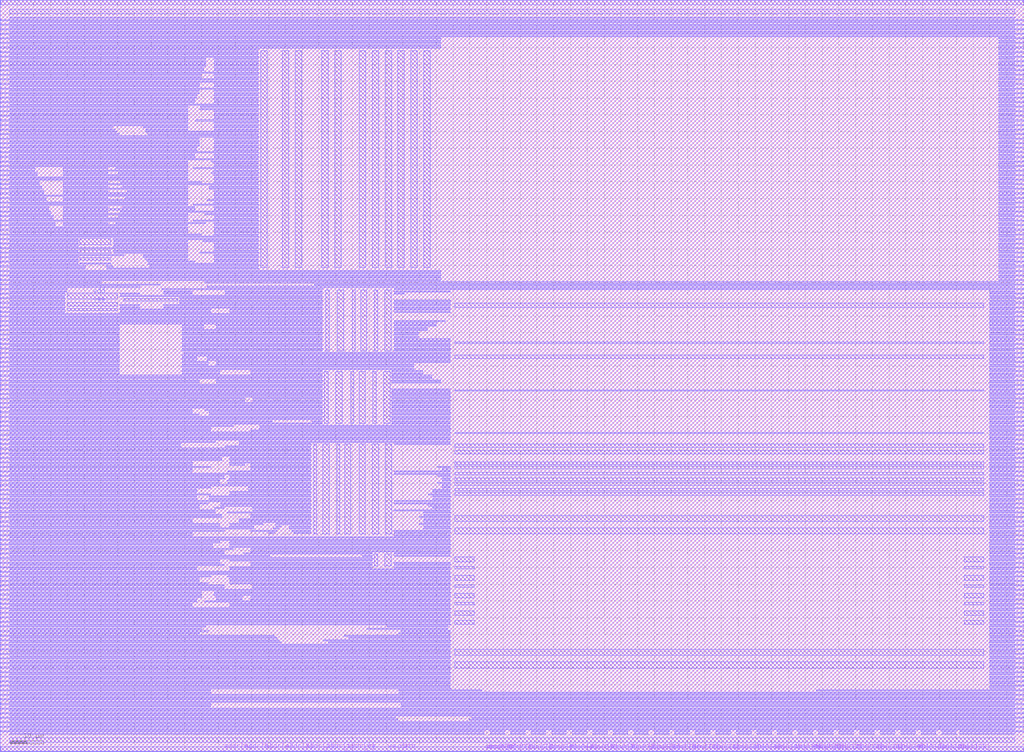
<source format=lef>
VERSION 5.8 ; 
BUSBITCHARS "[]" ; 
DIVIDERCHAR "/" ; 
MACRO sram22_128x24m4w8
    CLASS BLOCK  ;
    FOREIGN sram22_128x24m4w8   ;
    SIZE 305.240 BY 224.320 ;
    SYMMETRY X Y R90 ;
    PIN dout[0] 
        DIRECTION OUTPUT ; 
        ANTENNADIFFAREA 0.448000 LAYER met2 ;
        ANTENNAPARTIALMETALAREA 0.950300 LAYER met1 ;
        ANTENNAPARTIALMETALAREA 7.335400 LAYER met2 ;
        PORT 
            LAYER met1 ;
                RECT 145.270 0.000 145.410 0.140 ; 
        END 
    END dout[0] 
    PIN dout[1] 
        DIRECTION OUTPUT ; 
        ANTENNADIFFAREA 0.448000 LAYER met2 ;
        ANTENNAPARTIALMETALAREA 0.950300 LAYER met1 ;
        ANTENNAPARTIALMETALAREA 7.335400 LAYER met2 ;
        PORT 
            LAYER met1 ;
                RECT 151.370 0.000 151.510 0.140 ; 
        END 
    END dout[1] 
    PIN dout[2] 
        DIRECTION OUTPUT ; 
        ANTENNADIFFAREA 0.448000 LAYER met2 ;
        ANTENNAPARTIALMETALAREA 0.950300 LAYER met1 ;
        ANTENNAPARTIALMETALAREA 7.335400 LAYER met2 ;
        PORT 
            LAYER met1 ;
                RECT 157.470 0.000 157.610 0.140 ; 
        END 
    END dout[2] 
    PIN dout[3] 
        DIRECTION OUTPUT ; 
        ANTENNADIFFAREA 0.448000 LAYER met2 ;
        ANTENNAPARTIALMETALAREA 0.950300 LAYER met1 ;
        ANTENNAPARTIALMETALAREA 7.335400 LAYER met2 ;
        PORT 
            LAYER met1 ;
                RECT 163.570 0.000 163.710 0.140 ; 
        END 
    END dout[3] 
    PIN dout[4] 
        DIRECTION OUTPUT ; 
        ANTENNADIFFAREA 0.448000 LAYER met2 ;
        ANTENNAPARTIALMETALAREA 0.950300 LAYER met1 ;
        ANTENNAPARTIALMETALAREA 7.335400 LAYER met2 ;
        PORT 
            LAYER met1 ;
                RECT 169.670 0.000 169.810 0.140 ; 
        END 
    END dout[4] 
    PIN dout[5] 
        DIRECTION OUTPUT ; 
        ANTENNADIFFAREA 0.448000 LAYER met2 ;
        ANTENNAPARTIALMETALAREA 0.950300 LAYER met1 ;
        ANTENNAPARTIALMETALAREA 7.335400 LAYER met2 ;
        PORT 
            LAYER met1 ;
                RECT 175.770 0.000 175.910 0.140 ; 
        END 
    END dout[5] 
    PIN dout[6] 
        DIRECTION OUTPUT ; 
        ANTENNADIFFAREA 0.448000 LAYER met2 ;
        ANTENNAPARTIALMETALAREA 0.950300 LAYER met1 ;
        ANTENNAPARTIALMETALAREA 7.335400 LAYER met2 ;
        PORT 
            LAYER met1 ;
                RECT 181.870 0.000 182.010 0.140 ; 
        END 
    END dout[6] 
    PIN dout[7] 
        DIRECTION OUTPUT ; 
        ANTENNADIFFAREA 0.448000 LAYER met2 ;
        ANTENNAPARTIALMETALAREA 0.950300 LAYER met1 ;
        ANTENNAPARTIALMETALAREA 7.335400 LAYER met2 ;
        PORT 
            LAYER met1 ;
                RECT 187.970 0.000 188.110 0.140 ; 
        END 
    END dout[7] 
    PIN dout[8] 
        DIRECTION OUTPUT ; 
        ANTENNADIFFAREA 0.448000 LAYER met2 ;
        ANTENNAPARTIALMETALAREA 0.950300 LAYER met1 ;
        ANTENNAPARTIALMETALAREA 7.335400 LAYER met2 ;
        PORT 
            LAYER met1 ;
                RECT 194.070 0.000 194.210 0.140 ; 
        END 
    END dout[8] 
    PIN dout[9] 
        DIRECTION OUTPUT ; 
        ANTENNADIFFAREA 0.448000 LAYER met2 ;
        ANTENNAPARTIALMETALAREA 0.950300 LAYER met1 ;
        ANTENNAPARTIALMETALAREA 7.335400 LAYER met2 ;
        PORT 
            LAYER met1 ;
                RECT 200.170 0.000 200.310 0.140 ; 
        END 
    END dout[9] 
    PIN dout[10] 
        DIRECTION OUTPUT ; 
        ANTENNADIFFAREA 0.448000 LAYER met2 ;
        ANTENNAPARTIALMETALAREA 0.950300 LAYER met1 ;
        ANTENNAPARTIALMETALAREA 7.335400 LAYER met2 ;
        PORT 
            LAYER met1 ;
                RECT 206.270 0.000 206.410 0.140 ; 
        END 
    END dout[10] 
    PIN dout[11] 
        DIRECTION OUTPUT ; 
        ANTENNADIFFAREA 0.448000 LAYER met2 ;
        ANTENNAPARTIALMETALAREA 0.950300 LAYER met1 ;
        ANTENNAPARTIALMETALAREA 7.335400 LAYER met2 ;
        PORT 
            LAYER met1 ;
                RECT 212.370 0.000 212.510 0.140 ; 
        END 
    END dout[11] 
    PIN dout[12] 
        DIRECTION OUTPUT ; 
        ANTENNADIFFAREA 0.448000 LAYER met2 ;
        ANTENNAPARTIALMETALAREA 0.950300 LAYER met1 ;
        ANTENNAPARTIALMETALAREA 7.335400 LAYER met2 ;
        PORT 
            LAYER met1 ;
                RECT 218.470 0.000 218.610 0.140 ; 
        END 
    END dout[12] 
    PIN dout[13] 
        DIRECTION OUTPUT ; 
        ANTENNADIFFAREA 0.448000 LAYER met2 ;
        ANTENNAPARTIALMETALAREA 0.950300 LAYER met1 ;
        ANTENNAPARTIALMETALAREA 7.335400 LAYER met2 ;
        PORT 
            LAYER met1 ;
                RECT 224.570 0.000 224.710 0.140 ; 
        END 
    END dout[13] 
    PIN dout[14] 
        DIRECTION OUTPUT ; 
        ANTENNADIFFAREA 0.448000 LAYER met2 ;
        ANTENNAPARTIALMETALAREA 0.950300 LAYER met1 ;
        ANTENNAPARTIALMETALAREA 7.335400 LAYER met2 ;
        PORT 
            LAYER met1 ;
                RECT 230.670 0.000 230.810 0.140 ; 
        END 
    END dout[14] 
    PIN dout[15] 
        DIRECTION OUTPUT ; 
        ANTENNADIFFAREA 0.448000 LAYER met2 ;
        ANTENNAPARTIALMETALAREA 0.950300 LAYER met1 ;
        ANTENNAPARTIALMETALAREA 7.335400 LAYER met2 ;
        PORT 
            LAYER met1 ;
                RECT 236.770 0.000 236.910 0.140 ; 
        END 
    END dout[15] 
    PIN dout[16] 
        DIRECTION OUTPUT ; 
        ANTENNADIFFAREA 0.448000 LAYER met2 ;
        ANTENNAPARTIALMETALAREA 0.950300 LAYER met1 ;
        ANTENNAPARTIALMETALAREA 7.335400 LAYER met2 ;
        PORT 
            LAYER met1 ;
                RECT 242.870 0.000 243.010 0.140 ; 
        END 
    END dout[16] 
    PIN dout[17] 
        DIRECTION OUTPUT ; 
        ANTENNADIFFAREA 0.448000 LAYER met2 ;
        ANTENNAPARTIALMETALAREA 0.950300 LAYER met1 ;
        ANTENNAPARTIALMETALAREA 7.335400 LAYER met2 ;
        PORT 
            LAYER met1 ;
                RECT 248.970 0.000 249.110 0.140 ; 
        END 
    END dout[17] 
    PIN dout[18] 
        DIRECTION OUTPUT ; 
        ANTENNADIFFAREA 0.448000 LAYER met2 ;
        ANTENNAPARTIALMETALAREA 0.950300 LAYER met1 ;
        ANTENNAPARTIALMETALAREA 7.335400 LAYER met2 ;
        PORT 
            LAYER met1 ;
                RECT 255.070 0.000 255.210 0.140 ; 
        END 
    END dout[18] 
    PIN dout[19] 
        DIRECTION OUTPUT ; 
        ANTENNADIFFAREA 0.448000 LAYER met2 ;
        ANTENNAPARTIALMETALAREA 0.950300 LAYER met1 ;
        ANTENNAPARTIALMETALAREA 7.335400 LAYER met2 ;
        PORT 
            LAYER met1 ;
                RECT 261.170 0.000 261.310 0.140 ; 
        END 
    END dout[19] 
    PIN dout[20] 
        DIRECTION OUTPUT ; 
        ANTENNADIFFAREA 0.448000 LAYER met2 ;
        ANTENNAPARTIALMETALAREA 0.950300 LAYER met1 ;
        ANTENNAPARTIALMETALAREA 7.335400 LAYER met2 ;
        PORT 
            LAYER met1 ;
                RECT 267.270 0.000 267.410 0.140 ; 
        END 
    END dout[20] 
    PIN dout[21] 
        DIRECTION OUTPUT ; 
        ANTENNADIFFAREA 0.448000 LAYER met2 ;
        ANTENNAPARTIALMETALAREA 0.950300 LAYER met1 ;
        ANTENNAPARTIALMETALAREA 7.335400 LAYER met2 ;
        PORT 
            LAYER met1 ;
                RECT 273.370 0.000 273.510 0.140 ; 
        END 
    END dout[21] 
    PIN dout[22] 
        DIRECTION OUTPUT ; 
        ANTENNADIFFAREA 0.448000 LAYER met2 ;
        ANTENNAPARTIALMETALAREA 0.950300 LAYER met1 ;
        ANTENNAPARTIALMETALAREA 7.335400 LAYER met2 ;
        PORT 
            LAYER met1 ;
                RECT 279.470 0.000 279.610 0.140 ; 
        END 
    END dout[22] 
    PIN dout[23] 
        DIRECTION OUTPUT ; 
        ANTENNADIFFAREA 0.448000 LAYER met2 ;
        ANTENNAPARTIALMETALAREA 0.950300 LAYER met1 ;
        ANTENNAPARTIALMETALAREA 7.335400 LAYER met2 ;
        PORT 
            LAYER met1 ;
                RECT 285.570 0.000 285.710 0.140 ; 
        END 
    END dout[23] 
    PIN din[0] 
        DIRECTION INPUT ; 
        ANTENNAGATEAREA 0.126000 LAYER met2 ;
        ANTENNAPARTIALMETALAREA 5.020800 LAYER met1 ;
        ANTENNAPARTIALMETALAREA 7.057000 LAYER met2 ;
        PORT 
            LAYER met1 ;
                RECT 144.850 0.000 144.990 0.140 ; 
        END 
    END din[0] 
    PIN din[1] 
        DIRECTION INPUT ; 
        ANTENNAGATEAREA 0.126000 LAYER met2 ;
        ANTENNAPARTIALMETALAREA 5.020800 LAYER met1 ;
        ANTENNAPARTIALMETALAREA 7.057000 LAYER met2 ;
        PORT 
            LAYER met1 ;
                RECT 150.950 0.000 151.090 0.140 ; 
        END 
    END din[1] 
    PIN din[2] 
        DIRECTION INPUT ; 
        ANTENNAGATEAREA 0.126000 LAYER met2 ;
        ANTENNAPARTIALMETALAREA 5.020800 LAYER met1 ;
        ANTENNAPARTIALMETALAREA 7.057000 LAYER met2 ;
        PORT 
            LAYER met1 ;
                RECT 157.050 0.000 157.190 0.140 ; 
        END 
    END din[2] 
    PIN din[3] 
        DIRECTION INPUT ; 
        ANTENNAGATEAREA 0.126000 LAYER met2 ;
        ANTENNAPARTIALMETALAREA 5.020800 LAYER met1 ;
        ANTENNAPARTIALMETALAREA 7.057000 LAYER met2 ;
        PORT 
            LAYER met1 ;
                RECT 163.150 0.000 163.290 0.140 ; 
        END 
    END din[3] 
    PIN din[4] 
        DIRECTION INPUT ; 
        ANTENNAGATEAREA 0.126000 LAYER met2 ;
        ANTENNAPARTIALMETALAREA 5.020800 LAYER met1 ;
        ANTENNAPARTIALMETALAREA 7.057000 LAYER met2 ;
        PORT 
            LAYER met1 ;
                RECT 169.250 0.000 169.390 0.140 ; 
        END 
    END din[4] 
    PIN din[5] 
        DIRECTION INPUT ; 
        ANTENNAGATEAREA 0.126000 LAYER met2 ;
        ANTENNAPARTIALMETALAREA 5.020800 LAYER met1 ;
        ANTENNAPARTIALMETALAREA 7.057000 LAYER met2 ;
        PORT 
            LAYER met1 ;
                RECT 175.350 0.000 175.490 0.140 ; 
        END 
    END din[5] 
    PIN din[6] 
        DIRECTION INPUT ; 
        ANTENNAGATEAREA 0.126000 LAYER met2 ;
        ANTENNAPARTIALMETALAREA 5.020800 LAYER met1 ;
        ANTENNAPARTIALMETALAREA 7.057000 LAYER met2 ;
        PORT 
            LAYER met1 ;
                RECT 181.450 0.000 181.590 0.140 ; 
        END 
    END din[6] 
    PIN din[7] 
        DIRECTION INPUT ; 
        ANTENNAGATEAREA 0.126000 LAYER met2 ;
        ANTENNAPARTIALMETALAREA 5.020800 LAYER met1 ;
        ANTENNAPARTIALMETALAREA 7.057000 LAYER met2 ;
        PORT 
            LAYER met1 ;
                RECT 187.550 0.000 187.690 0.140 ; 
        END 
    END din[7] 
    PIN din[8] 
        DIRECTION INPUT ; 
        ANTENNAGATEAREA 0.126000 LAYER met2 ;
        ANTENNAPARTIALMETALAREA 5.020800 LAYER met1 ;
        ANTENNAPARTIALMETALAREA 7.057000 LAYER met2 ;
        PORT 
            LAYER met1 ;
                RECT 193.650 0.000 193.790 0.140 ; 
        END 
    END din[8] 
    PIN din[9] 
        DIRECTION INPUT ; 
        ANTENNAGATEAREA 0.126000 LAYER met2 ;
        ANTENNAPARTIALMETALAREA 5.020800 LAYER met1 ;
        ANTENNAPARTIALMETALAREA 7.057000 LAYER met2 ;
        PORT 
            LAYER met1 ;
                RECT 199.750 0.000 199.890 0.140 ; 
        END 
    END din[9] 
    PIN din[10] 
        DIRECTION INPUT ; 
        ANTENNAGATEAREA 0.126000 LAYER met2 ;
        ANTENNAPARTIALMETALAREA 5.020800 LAYER met1 ;
        ANTENNAPARTIALMETALAREA 7.057000 LAYER met2 ;
        PORT 
            LAYER met1 ;
                RECT 205.850 0.000 205.990 0.140 ; 
        END 
    END din[10] 
    PIN din[11] 
        DIRECTION INPUT ; 
        ANTENNAGATEAREA 0.126000 LAYER met2 ;
        ANTENNAPARTIALMETALAREA 5.020800 LAYER met1 ;
        ANTENNAPARTIALMETALAREA 7.057000 LAYER met2 ;
        PORT 
            LAYER met1 ;
                RECT 211.950 0.000 212.090 0.140 ; 
        END 
    END din[11] 
    PIN din[12] 
        DIRECTION INPUT ; 
        ANTENNAGATEAREA 0.126000 LAYER met2 ;
        ANTENNAPARTIALMETALAREA 5.020800 LAYER met1 ;
        ANTENNAPARTIALMETALAREA 7.057000 LAYER met2 ;
        PORT 
            LAYER met1 ;
                RECT 218.050 0.000 218.190 0.140 ; 
        END 
    END din[12] 
    PIN din[13] 
        DIRECTION INPUT ; 
        ANTENNAGATEAREA 0.126000 LAYER met2 ;
        ANTENNAPARTIALMETALAREA 5.020800 LAYER met1 ;
        ANTENNAPARTIALMETALAREA 7.057000 LAYER met2 ;
        PORT 
            LAYER met1 ;
                RECT 224.150 0.000 224.290 0.140 ; 
        END 
    END din[13] 
    PIN din[14] 
        DIRECTION INPUT ; 
        ANTENNAGATEAREA 0.126000 LAYER met2 ;
        ANTENNAPARTIALMETALAREA 5.020800 LAYER met1 ;
        ANTENNAPARTIALMETALAREA 7.057000 LAYER met2 ;
        PORT 
            LAYER met1 ;
                RECT 230.250 0.000 230.390 0.140 ; 
        END 
    END din[14] 
    PIN din[15] 
        DIRECTION INPUT ; 
        ANTENNAGATEAREA 0.126000 LAYER met2 ;
        ANTENNAPARTIALMETALAREA 5.020800 LAYER met1 ;
        ANTENNAPARTIALMETALAREA 7.057000 LAYER met2 ;
        PORT 
            LAYER met1 ;
                RECT 236.350 0.000 236.490 0.140 ; 
        END 
    END din[15] 
    PIN din[16] 
        DIRECTION INPUT ; 
        ANTENNAGATEAREA 0.126000 LAYER met2 ;
        ANTENNAPARTIALMETALAREA 5.020800 LAYER met1 ;
        ANTENNAPARTIALMETALAREA 7.057000 LAYER met2 ;
        PORT 
            LAYER met1 ;
                RECT 242.450 0.000 242.590 0.140 ; 
        END 
    END din[16] 
    PIN din[17] 
        DIRECTION INPUT ; 
        ANTENNAGATEAREA 0.126000 LAYER met2 ;
        ANTENNAPARTIALMETALAREA 5.020800 LAYER met1 ;
        ANTENNAPARTIALMETALAREA 7.057000 LAYER met2 ;
        PORT 
            LAYER met1 ;
                RECT 248.550 0.000 248.690 0.140 ; 
        END 
    END din[17] 
    PIN din[18] 
        DIRECTION INPUT ; 
        ANTENNAGATEAREA 0.126000 LAYER met2 ;
        ANTENNAPARTIALMETALAREA 5.020800 LAYER met1 ;
        ANTENNAPARTIALMETALAREA 7.057000 LAYER met2 ;
        PORT 
            LAYER met1 ;
                RECT 254.650 0.000 254.790 0.140 ; 
        END 
    END din[18] 
    PIN din[19] 
        DIRECTION INPUT ; 
        ANTENNAGATEAREA 0.126000 LAYER met2 ;
        ANTENNAPARTIALMETALAREA 5.020800 LAYER met1 ;
        ANTENNAPARTIALMETALAREA 7.057000 LAYER met2 ;
        PORT 
            LAYER met1 ;
                RECT 260.750 0.000 260.890 0.140 ; 
        END 
    END din[19] 
    PIN din[20] 
        DIRECTION INPUT ; 
        ANTENNAGATEAREA 0.126000 LAYER met2 ;
        ANTENNAPARTIALMETALAREA 5.020800 LAYER met1 ;
        ANTENNAPARTIALMETALAREA 7.057000 LAYER met2 ;
        PORT 
            LAYER met1 ;
                RECT 266.850 0.000 266.990 0.140 ; 
        END 
    END din[20] 
    PIN din[21] 
        DIRECTION INPUT ; 
        ANTENNAGATEAREA 0.126000 LAYER met2 ;
        ANTENNAPARTIALMETALAREA 5.020800 LAYER met1 ;
        ANTENNAPARTIALMETALAREA 7.057000 LAYER met2 ;
        PORT 
            LAYER met1 ;
                RECT 272.950 0.000 273.090 0.140 ; 
        END 
    END din[21] 
    PIN din[22] 
        DIRECTION INPUT ; 
        ANTENNAGATEAREA 0.126000 LAYER met2 ;
        ANTENNAPARTIALMETALAREA 5.020800 LAYER met1 ;
        ANTENNAPARTIALMETALAREA 7.057000 LAYER met2 ;
        PORT 
            LAYER met1 ;
                RECT 279.050 0.000 279.190 0.140 ; 
        END 
    END din[22] 
    PIN din[23] 
        DIRECTION INPUT ; 
        ANTENNAGATEAREA 0.126000 LAYER met2 ;
        ANTENNAPARTIALMETALAREA 5.020800 LAYER met1 ;
        ANTENNAPARTIALMETALAREA 7.057000 LAYER met2 ;
        PORT 
            LAYER met1 ;
                RECT 285.150 0.000 285.290 0.140 ; 
        END 
    END din[23] 
    PIN wmask[0] 
        DIRECTION INPUT ; 
        ANTENNAGATEAREA 0.126000 LAYER met2 ;
        ANTENNAPARTIALMETALAREA 2.831200 LAYER met1 ;
        ANTENNAPARTIALMETALAREA 0.278400 LAYER met2 ;
        PORT 
            LAYER met1 ;
                RECT 144.500 0.000 144.640 0.140 ; 
        END 
    END wmask[0] 
    PIN wmask[1] 
        DIRECTION INPUT ; 
        ANTENNAGATEAREA 0.126000 LAYER met2 ;
        ANTENNAPARTIALMETALAREA 2.831200 LAYER met1 ;
        ANTENNAPARTIALMETALAREA 0.278400 LAYER met2 ;
        PORT 
            LAYER met1 ;
                RECT 193.300 0.000 193.440 0.140 ; 
        END 
    END wmask[1] 
    PIN wmask[2] 
        DIRECTION INPUT ; 
        ANTENNAGATEAREA 0.126000 LAYER met2 ;
        ANTENNAPARTIALMETALAREA 2.831200 LAYER met1 ;
        ANTENNAPARTIALMETALAREA 0.278400 LAYER met2 ;
        PORT 
            LAYER met1 ;
                RECT 242.100 0.000 242.240 0.140 ; 
        END 
    END wmask[2] 
    PIN addr[0] 
        DIRECTION INPUT ; 
        ANTENNAGATEAREA 0.126000 LAYER met1 ;
        ANTENNAPARTIALMETALAREA 3.867900 LAYER met1 ;
        PORT 
            LAYER met1 ;
                RECT 103.160 0.000 103.480 0.320 ; 
        END 
    END addr[0] 
    PIN addr[1] 
        DIRECTION INPUT ; 
        ANTENNAGATEAREA 0.126000 LAYER met1 ;
        ANTENNAPARTIALMETALAREA 3.867900 LAYER met1 ;
        PORT 
            LAYER met1 ;
                RECT 97.040 0.000 97.360 0.320 ; 
        END 
    END addr[1] 
    PIN addr[2] 
        DIRECTION INPUT ; 
        ANTENNAGATEAREA 0.126000 LAYER met1 ;
        ANTENNAPARTIALMETALAREA 3.867900 LAYER met1 ;
        PORT 
            LAYER met1 ;
                RECT 90.920 0.000 91.240 0.320 ; 
        END 
    END addr[2] 
    PIN addr[3] 
        DIRECTION INPUT ; 
        ANTENNAGATEAREA 0.126000 LAYER met1 ;
        ANTENNAPARTIALMETALAREA 3.867900 LAYER met1 ;
        PORT 
            LAYER met1 ;
                RECT 84.800 0.000 85.120 0.320 ; 
        END 
    END addr[3] 
    PIN addr[4] 
        DIRECTION INPUT ; 
        ANTENNAGATEAREA 0.126000 LAYER met1 ;
        ANTENNAPARTIALMETALAREA 3.867900 LAYER met1 ;
        PORT 
            LAYER met1 ;
                RECT 78.680 0.000 79.000 0.320 ; 
        END 
    END addr[4] 
    PIN addr[5] 
        DIRECTION INPUT ; 
        ANTENNAGATEAREA 0.126000 LAYER met1 ;
        ANTENNAPARTIALMETALAREA 3.867900 LAYER met1 ;
        PORT 
            LAYER met1 ;
                RECT 72.560 0.000 72.880 0.320 ; 
        END 
    END addr[5] 
    PIN addr[6] 
        DIRECTION INPUT ; 
        ANTENNAGATEAREA 0.126000 LAYER met1 ;
        ANTENNAPARTIALMETALAREA 3.867900 LAYER met1 ;
        PORT 
            LAYER met1 ;
                RECT 66.440 0.000 66.760 0.320 ; 
        END 
    END addr[6] 
    PIN we 
        DIRECTION INPUT ; 
        ANTENNAGATEAREA 0.126000 LAYER met1 ;
        ANTENNAPARTIALMETALAREA 3.867900 LAYER met1 ;
        PORT 
            LAYER met1 ;
                RECT 115.400 0.000 115.720 0.320 ; 
        END 
    END we 
    PIN ce 
        DIRECTION INPUT ; 
        ANTENNAGATEAREA 0.126000 LAYER met1 ;
        ANTENNAPARTIALMETALAREA 3.867900 LAYER met1 ;
        PORT 
            LAYER met1 ;
                RECT 109.280 0.000 109.600 0.320 ; 
        END 
    END ce 
    PIN clk 
        DIRECTION INPUT ; 
        ANTENNAGATEAREA 17.298000 LAYER met2 ;
        PORT 
            LAYER met1 ;
                RECT 118.120 0.000 118.440 0.320 ; 
        END 
    END clk 
    PIN rstb 
        DIRECTION INPUT ; 
        ANTENNAGATEAREA 21.204000 LAYER met2 ;
        PORT 
            LAYER met1 ;
                RECT 118.800 0.000 119.120 0.320 ; 
        END 
    END rstb 
    PIN vdd 
        DIRECTION INOUT ; 
        USE POWER ; 
        PORT 
            LAYER met2 ;
                RECT 0.160 5.920 144.280 6.240 ; 
                RECT 146.000 5.920 150.400 6.240 ; 
                RECT 152.120 5.920 156.520 6.240 ; 
                RECT 158.240 5.920 162.640 6.240 ; 
                RECT 164.360 5.920 168.760 6.240 ; 
                RECT 170.480 5.920 174.880 6.240 ; 
                RECT 176.600 5.920 181.000 6.240 ; 
                RECT 182.720 5.920 187.120 6.240 ; 
                RECT 188.840 5.920 193.240 6.240 ; 
                RECT 194.960 5.920 199.360 6.240 ; 
                RECT 201.080 5.920 205.480 6.240 ; 
                RECT 207.200 5.920 211.600 6.240 ; 
                RECT 213.320 5.920 217.720 6.240 ; 
                RECT 219.440 5.920 223.840 6.240 ; 
                RECT 225.560 5.920 229.960 6.240 ; 
                RECT 231.680 5.920 236.080 6.240 ; 
                RECT 237.800 5.920 242.200 6.240 ; 
                RECT 243.920 5.920 248.320 6.240 ; 
                RECT 250.040 5.920 254.440 6.240 ; 
                RECT 256.160 5.920 260.560 6.240 ; 
                RECT 262.280 5.920 266.680 6.240 ; 
                RECT 268.400 5.920 272.800 6.240 ; 
                RECT 274.520 5.920 278.920 6.240 ; 
                RECT 280.640 5.920 285.040 6.240 ; 
                RECT 286.080 5.920 305.080 6.240 ; 
                RECT 0.160 7.280 305.080 7.600 ; 
                RECT 0.160 8.640 305.080 8.960 ; 
                RECT 0.160 10.000 117.760 10.320 ; 
                RECT 140.560 10.000 305.080 10.320 ; 
                RECT 0.160 11.360 305.080 11.680 ; 
                RECT 0.160 12.720 305.080 13.040 ; 
                RECT 0.160 14.080 62.680 14.400 ; 
                RECT 119.480 14.080 305.080 14.400 ; 
                RECT 0.160 15.440 305.080 15.760 ; 
                RECT 0.160 16.800 305.080 17.120 ; 
                RECT 0.160 18.160 62.680 18.480 ; 
                RECT 118.800 18.160 143.600 18.480 ; 
                RECT 243.240 18.160 305.080 18.480 ; 
                RECT 0.160 19.520 134.080 19.840 ; 
                RECT 294.920 19.520 305.080 19.840 ; 
                RECT 0.160 20.880 134.080 21.200 ; 
                RECT 294.920 20.880 305.080 21.200 ; 
                RECT 0.160 22.240 134.080 22.560 ; 
                RECT 294.920 22.240 305.080 22.560 ; 
                RECT 0.160 23.600 134.080 23.920 ; 
                RECT 294.920 23.600 305.080 23.920 ; 
                RECT 0.160 24.960 134.080 25.280 ; 
                RECT 294.920 24.960 305.080 25.280 ; 
                RECT 0.160 26.320 134.080 26.640 ; 
                RECT 294.920 26.320 305.080 26.640 ; 
                RECT 0.160 27.680 134.080 28.000 ; 
                RECT 294.920 27.680 305.080 28.000 ; 
                RECT 0.160 29.040 134.080 29.360 ; 
                RECT 294.920 29.040 305.080 29.360 ; 
                RECT 0.160 30.400 134.080 30.720 ; 
                RECT 294.920 30.400 305.080 30.720 ; 
                RECT 0.160 31.760 134.080 32.080 ; 
                RECT 294.920 31.760 305.080 32.080 ; 
                RECT 0.160 33.120 83.080 33.440 ; 
                RECT 96.360 33.120 134.080 33.440 ; 
                RECT 294.920 33.120 305.080 33.440 ; 
                RECT 0.160 34.480 81.720 34.800 ; 
                RECT 102.480 34.480 134.080 34.800 ; 
                RECT 294.920 34.480 305.080 34.800 ; 
                RECT 0.160 35.840 62.000 36.160 ; 
                RECT 119.480 35.840 134.080 36.160 ; 
                RECT 294.920 35.840 305.080 36.160 ; 
                RECT 0.160 37.200 61.320 37.520 ; 
                RECT 115.400 37.200 133.400 37.520 ; 
                RECT 294.920 37.200 305.080 37.520 ; 
                RECT 0.160 38.560 134.080 38.880 ; 
                RECT 294.920 38.560 305.080 38.880 ; 
                RECT 0.160 39.920 134.080 40.240 ; 
                RECT 294.920 39.920 305.080 40.240 ; 
                RECT 0.160 41.280 134.080 41.600 ; 
                RECT 294.920 41.280 305.080 41.600 ; 
                RECT 0.160 42.640 134.080 42.960 ; 
                RECT 294.920 42.640 305.080 42.960 ; 
                RECT 0.160 44.000 57.240 44.320 ; 
                RECT 68.480 44.000 134.080 44.320 ; 
                RECT 294.920 44.000 305.080 44.320 ; 
                RECT 0.160 45.360 58.600 45.680 ; 
                RECT 64.400 45.360 72.200 45.680 ; 
                RECT 74.600 45.360 134.080 45.680 ; 
                RECT 294.920 45.360 305.080 45.680 ; 
                RECT 0.160 46.720 59.960 47.040 ; 
                RECT 63.720 46.720 134.080 47.040 ; 
                RECT 294.920 46.720 305.080 47.040 ; 
                RECT 0.160 48.080 134.080 48.400 ; 
                RECT 294.920 48.080 305.080 48.400 ; 
                RECT 0.160 49.440 66.760 49.760 ; 
                RECT 75.280 49.440 134.080 49.760 ; 
                RECT 294.920 49.440 305.080 49.760 ; 
                RECT 0.160 50.800 59.280 51.120 ; 
                RECT 68.480 50.800 134.080 51.120 ; 
                RECT 294.920 50.800 305.080 51.120 ; 
                RECT 0.160 52.160 62.680 52.480 ; 
                RECT 67.800 52.160 134.080 52.480 ; 
                RECT 294.920 52.160 305.080 52.480 ; 
                RECT 0.160 53.520 134.080 53.840 ; 
                RECT 294.920 53.520 305.080 53.840 ; 
                RECT 0.160 54.880 58.600 55.200 ; 
                RECT 68.480 54.880 110.960 55.200 ; 
                RECT 117.440 54.880 134.080 55.200 ; 
                RECT 294.920 54.880 305.080 55.200 ; 
                RECT 0.160 56.240 65.400 56.560 ; 
                RECT 74.600 56.240 110.960 56.560 ; 
                RECT 117.440 56.240 134.080 56.560 ; 
                RECT 294.920 56.240 305.080 56.560 ; 
                RECT 0.160 57.600 110.960 57.920 ; 
                RECT 294.920 57.600 305.080 57.920 ; 
                RECT 0.160 58.960 66.760 59.280 ; 
                RECT 72.560 58.960 110.960 59.280 ; 
                RECT 117.440 58.960 134.080 59.280 ; 
                RECT 294.920 58.960 305.080 59.280 ; 
                RECT 0.160 60.320 69.480 60.640 ; 
                RECT 74.600 60.320 134.080 60.640 ; 
                RECT 294.920 60.320 305.080 60.640 ; 
                RECT 0.160 61.680 63.360 62.000 ; 
                RECT 68.480 61.680 134.080 62.000 ; 
                RECT 294.920 61.680 305.080 62.000 ; 
                RECT 0.160 63.040 134.080 63.360 ; 
                RECT 294.920 63.040 305.080 63.360 ; 
                RECT 0.160 64.400 57.240 64.720 ; 
                RECT 117.440 64.400 134.080 64.720 ; 
                RECT 294.920 64.400 305.080 64.720 ; 
                RECT 0.160 65.760 66.760 66.080 ; 
                RECT 74.600 65.760 82.400 66.080 ; 
                RECT 86.840 65.760 92.600 66.080 ; 
                RECT 117.440 65.760 134.080 66.080 ; 
                RECT 294.920 65.760 305.080 66.080 ; 
                RECT 0.160 67.120 65.400 67.440 ; 
                RECT 68.480 67.120 75.600 67.440 ; 
                RECT 82.080 67.120 83.760 67.440 ; 
                RECT 86.160 67.120 92.600 67.440 ; 
                RECT 126.280 67.120 134.080 67.440 ; 
                RECT 294.920 67.120 305.080 67.440 ; 
                RECT 0.160 68.480 57.240 68.800 ; 
                RECT 71.200 68.480 92.600 68.800 ; 
                RECT 126.280 68.480 134.080 68.800 ; 
                RECT 294.920 68.480 305.080 68.800 ; 
                RECT 0.160 69.840 66.080 70.160 ; 
                RECT 74.600 69.840 92.600 70.160 ; 
                RECT 124.920 69.840 134.080 70.160 ; 
                RECT 294.920 69.840 305.080 70.160 ; 
                RECT 0.160 71.200 64.040 71.520 ; 
                RECT 67.800 71.200 92.600 71.520 ; 
                RECT 126.280 71.200 134.080 71.520 ; 
                RECT 294.920 71.200 305.080 71.520 ; 
                RECT 0.160 72.560 59.280 72.880 ; 
                RECT 63.720 72.560 66.760 72.880 ; 
                RECT 75.280 72.560 92.600 72.880 ; 
                RECT 129.000 72.560 134.080 72.880 ; 
                RECT 294.920 72.560 305.080 72.880 ; 
                RECT 0.160 73.920 62.000 74.240 ; 
                RECT 65.760 73.920 92.600 74.240 ; 
                RECT 117.440 73.920 134.080 74.240 ; 
                RECT 294.920 73.920 305.080 74.240 ; 
                RECT 0.160 75.280 58.600 75.600 ; 
                RECT 62.360 75.280 92.600 75.600 ; 
                RECT 129.000 75.280 134.080 75.600 ; 
                RECT 294.920 75.280 305.080 75.600 ; 
                RECT 0.160 76.640 62.680 76.960 ; 
                RECT 68.480 76.640 92.600 76.960 ; 
                RECT 127.640 76.640 134.080 76.960 ; 
                RECT 294.920 76.640 305.080 76.960 ; 
                RECT 0.160 78.000 58.600 78.320 ; 
                RECT 73.920 78.000 92.600 78.320 ; 
                RECT 129.000 78.000 134.080 78.320 ; 
                RECT 294.920 78.000 305.080 78.320 ; 
                RECT 0.160 79.360 92.600 79.680 ; 
                RECT 131.720 79.360 134.080 79.680 ; 
                RECT 294.920 79.360 305.080 79.680 ; 
                RECT 0.160 80.720 65.400 81.040 ; 
                RECT 67.800 80.720 92.600 81.040 ; 
                RECT 131.720 80.720 134.080 81.040 ; 
                RECT 294.920 80.720 305.080 81.040 ; 
                RECT 0.160 82.080 66.760 82.400 ; 
                RECT 68.480 82.080 92.600 82.400 ; 
                RECT 130.360 82.080 134.080 82.400 ; 
                RECT 294.920 82.080 305.080 82.400 ; 
                RECT 0.160 83.440 57.240 83.760 ; 
                RECT 67.800 83.440 92.600 83.760 ; 
                RECT 117.440 83.440 134.080 83.760 ; 
                RECT 294.920 83.440 305.080 83.760 ; 
                RECT 0.160 84.800 62.680 85.120 ; 
                RECT 74.600 84.800 92.600 85.120 ; 
                RECT 130.360 84.800 134.080 85.120 ; 
                RECT 294.920 84.800 305.080 85.120 ; 
                RECT 0.160 86.160 57.240 86.480 ; 
                RECT 68.480 86.160 92.600 86.480 ; 
                RECT 294.920 86.160 305.080 86.480 ; 
                RECT 0.160 87.520 66.080 87.840 ; 
                RECT 68.480 87.520 92.600 87.840 ; 
                RECT 294.920 87.520 305.080 87.840 ; 
                RECT 0.160 88.880 92.600 89.200 ; 
                RECT 294.920 88.880 305.080 89.200 ; 
                RECT 0.160 90.240 92.600 90.560 ; 
                RECT 294.920 90.240 305.080 90.560 ; 
                RECT 0.160 91.600 53.840 91.920 ; 
                RECT 71.200 91.600 92.600 91.920 ; 
                RECT 117.440 91.600 134.080 91.920 ; 
                RECT 294.920 91.600 305.080 91.920 ; 
                RECT 0.160 92.960 134.080 93.280 ; 
                RECT 294.920 92.960 305.080 93.280 ; 
                RECT 0.160 94.320 134.080 94.640 ; 
                RECT 294.920 94.320 305.080 94.640 ; 
                RECT 0.160 95.680 62.680 96.000 ; 
                RECT 74.600 95.680 134.080 96.000 ; 
                RECT 294.920 95.680 305.080 96.000 ; 
                RECT 0.160 97.040 69.480 97.360 ; 
                RECT 77.320 97.040 134.080 97.360 ; 
                RECT 294.920 97.040 305.080 97.360 ; 
                RECT 0.160 98.400 81.040 98.720 ; 
                RECT 92.960 98.400 96.000 98.720 ; 
                RECT 116.760 98.400 134.080 98.720 ; 
                RECT 294.920 98.400 305.080 98.720 ; 
                RECT 0.160 99.760 96.000 100.080 ; 
                RECT 116.760 99.760 134.080 100.080 ; 
                RECT 294.920 99.760 305.080 100.080 ; 
                RECT 0.160 101.120 57.240 101.440 ; 
                RECT 62.360 101.120 96.000 101.440 ; 
                RECT 116.760 101.120 134.080 101.440 ; 
                RECT 294.920 101.120 305.080 101.440 ; 
                RECT 0.160 102.480 96.000 102.800 ; 
                RECT 116.760 102.480 134.080 102.800 ; 
                RECT 294.920 102.480 305.080 102.800 ; 
                RECT 0.160 103.840 96.000 104.160 ; 
                RECT 116.760 103.840 134.080 104.160 ; 
                RECT 294.920 103.840 305.080 104.160 ; 
                RECT 0.160 105.200 72.880 105.520 ; 
                RECT 75.280 105.200 96.000 105.520 ; 
                RECT 116.760 105.200 134.080 105.520 ; 
                RECT 294.920 105.200 305.080 105.520 ; 
                RECT 0.160 106.560 96.000 106.880 ; 
                RECT 116.760 106.560 134.080 106.880 ; 
                RECT 294.920 106.560 305.080 106.880 ; 
                RECT 0.160 107.920 96.000 108.240 ; 
                RECT 116.760 107.920 134.080 108.240 ; 
                RECT 294.920 107.920 305.080 108.240 ; 
                RECT 0.160 109.280 96.000 109.600 ; 
                RECT 294.920 109.280 305.080 109.600 ; 
                RECT 0.160 110.640 59.280 110.960 ; 
                RECT 64.400 110.640 96.000 110.960 ; 
                RECT 116.760 110.640 131.360 110.960 ; 
                RECT 294.920 110.640 305.080 110.960 ; 
                RECT 0.160 112.000 96.000 112.320 ; 
                RECT 116.760 112.000 128.640 112.320 ; 
                RECT 294.920 112.000 305.080 112.320 ; 
                RECT 0.160 113.360 35.480 113.680 ; 
                RECT 54.200 113.360 65.400 113.680 ; 
                RECT 74.600 113.360 96.000 113.680 ; 
                RECT 116.760 113.360 125.920 113.680 ; 
                RECT 294.920 113.360 305.080 113.680 ; 
                RECT 0.160 114.720 35.480 115.040 ; 
                RECT 54.200 114.720 123.200 115.040 ; 
                RECT 294.920 114.720 305.080 115.040 ; 
                RECT 0.160 116.080 35.480 116.400 ; 
                RECT 54.200 116.080 62.000 116.400 ; 
                RECT 64.400 116.080 134.080 116.400 ; 
                RECT 294.920 116.080 305.080 116.400 ; 
                RECT 0.160 117.440 35.480 117.760 ; 
                RECT 54.200 117.440 58.600 117.760 ; 
                RECT 61.680 117.440 134.080 117.760 ; 
                RECT 294.920 117.440 305.080 117.760 ; 
                RECT 0.160 118.800 35.480 119.120 ; 
                RECT 54.880 118.800 134.080 119.120 ; 
                RECT 294.920 118.800 305.080 119.120 ; 
                RECT 0.160 120.160 35.480 120.480 ; 
                RECT 54.200 120.160 96.000 120.480 ; 
                RECT 117.440 120.160 134.080 120.480 ; 
                RECT 294.920 120.160 305.080 120.480 ; 
                RECT 0.160 121.520 35.480 121.840 ; 
                RECT 54.200 121.520 96.000 121.840 ; 
                RECT 117.440 121.520 134.080 121.840 ; 
                RECT 294.920 121.520 305.080 121.840 ; 
                RECT 0.160 122.880 35.480 123.200 ; 
                RECT 54.200 122.880 96.000 123.200 ; 
                RECT 117.440 122.880 134.080 123.200 ; 
                RECT 294.920 122.880 305.080 123.200 ; 
                RECT 0.160 124.240 35.480 124.560 ; 
                RECT 54.200 124.240 96.000 124.560 ; 
                RECT 117.440 124.240 124.560 124.560 ; 
                RECT 294.920 124.240 305.080 124.560 ; 
                RECT 0.160 125.600 35.480 125.920 ; 
                RECT 54.200 125.600 96.000 125.920 ; 
                RECT 117.440 125.600 127.280 125.920 ; 
                RECT 294.920 125.600 305.080 125.920 ; 
                RECT 0.160 126.960 35.480 127.280 ; 
                RECT 54.200 126.960 60.640 127.280 ; 
                RECT 64.400 126.960 96.000 127.280 ; 
                RECT 117.440 126.960 130.000 127.280 ; 
                RECT 294.920 126.960 305.080 127.280 ; 
                RECT 0.160 128.320 96.000 128.640 ; 
                RECT 117.440 128.320 132.720 128.640 ; 
                RECT 294.920 128.320 305.080 128.640 ; 
                RECT 0.160 129.680 96.000 130.000 ; 
                RECT 294.920 129.680 305.080 130.000 ; 
                RECT 0.160 131.040 19.160 131.360 ; 
                RECT 35.840 131.040 62.680 131.360 ; 
                RECT 68.480 131.040 96.000 131.360 ; 
                RECT 117.440 131.040 134.080 131.360 ; 
                RECT 294.920 131.040 305.080 131.360 ; 
                RECT 0.160 132.400 19.160 132.720 ; 
                RECT 35.840 132.400 41.600 132.720 ; 
                RECT 48.760 132.400 96.000 132.720 ; 
                RECT 117.440 132.400 134.080 132.720 ; 
                RECT 294.920 132.400 305.080 132.720 ; 
                RECT 0.160 133.760 19.160 134.080 ; 
                RECT 53.520 133.760 96.000 134.080 ; 
                RECT 117.440 133.760 134.080 134.080 ; 
                RECT 294.920 133.760 305.080 134.080 ; 
                RECT 0.160 135.120 19.160 135.440 ; 
                RECT 53.520 135.120 96.000 135.440 ; 
                RECT 294.920 135.120 305.080 135.440 ; 
                RECT 0.160 136.480 19.160 136.800 ; 
                RECT 35.840 136.480 41.600 136.800 ; 
                RECT 48.760 136.480 57.240 136.800 ; 
                RECT 67.120 136.480 96.000 136.800 ; 
                RECT 117.440 136.480 120.480 136.800 ; 
                RECT 294.920 136.480 305.080 136.800 ; 
                RECT 0.160 137.840 19.840 138.160 ; 
                RECT 48.080 137.840 96.000 138.160 ; 
                RECT 117.440 137.840 305.080 138.160 ; 
                RECT 0.160 139.200 47.720 139.520 ; 
                RECT 93.640 139.200 305.080 139.520 ; 
                RECT 0.160 140.560 131.360 140.880 ; 
                RECT 297.640 140.560 305.080 140.880 ; 
                RECT 0.160 141.920 131.360 142.240 ; 
                RECT 297.640 141.920 305.080 142.240 ; 
                RECT 0.160 143.280 131.360 143.600 ; 
                RECT 297.640 143.280 305.080 143.600 ; 
                RECT 0.160 144.640 25.280 144.960 ; 
                RECT 31.760 144.640 33.440 144.960 ; 
                RECT 44.680 144.640 76.960 144.960 ; 
                RECT 297.640 144.640 305.080 144.960 ; 
                RECT 0.160 146.000 23.240 146.320 ; 
                RECT 44.000 146.000 57.920 146.320 ; 
                RECT 63.720 146.000 76.960 146.320 ; 
                RECT 297.640 146.000 305.080 146.320 ; 
                RECT 0.160 147.360 23.240 147.680 ; 
                RECT 42.640 147.360 55.880 147.680 ; 
                RECT 63.720 147.360 76.960 147.680 ; 
                RECT 297.640 147.360 305.080 147.680 ; 
                RECT 0.160 148.720 23.240 149.040 ; 
                RECT 33.800 148.720 55.880 149.040 ; 
                RECT 59.640 148.720 76.960 149.040 ; 
                RECT 297.640 148.720 305.080 149.040 ; 
                RECT 0.160 150.080 55.880 150.400 ; 
                RECT 63.720 150.080 76.960 150.400 ; 
                RECT 297.640 150.080 305.080 150.400 ; 
                RECT 0.160 151.440 23.240 151.760 ; 
                RECT 33.800 151.440 55.880 151.760 ; 
                RECT 63.720 151.440 76.960 151.760 ; 
                RECT 297.640 151.440 305.080 151.760 ; 
                RECT 0.160 152.800 23.240 153.120 ; 
                RECT 33.800 152.800 76.960 153.120 ; 
                RECT 297.640 152.800 305.080 153.120 ; 
                RECT 0.160 154.160 59.960 154.480 ; 
                RECT 63.720 154.160 76.960 154.480 ; 
                RECT 297.640 154.160 305.080 154.480 ; 
                RECT 0.160 155.520 55.880 155.840 ; 
                RECT 63.720 155.520 76.960 155.840 ; 
                RECT 297.640 155.520 305.080 155.840 ; 
                RECT 0.160 156.880 16.440 157.200 ; 
                RECT 18.840 156.880 55.880 157.200 ; 
                RECT 63.720 156.880 76.960 157.200 ; 
                RECT 297.640 156.880 305.080 157.200 ; 
                RECT 0.160 158.240 55.880 158.560 ; 
                RECT 57.600 158.240 76.960 158.560 ; 
                RECT 297.640 158.240 305.080 158.560 ; 
                RECT 0.160 159.600 15.760 159.920 ; 
                RECT 18.840 159.600 32.080 159.920 ; 
                RECT 35.160 159.600 55.880 159.920 ; 
                RECT 63.720 159.600 76.960 159.920 ; 
                RECT 297.640 159.600 305.080 159.920 ; 
                RECT 0.160 160.960 15.080 161.280 ; 
                RECT 18.840 160.960 32.080 161.280 ; 
                RECT 35.840 160.960 76.960 161.280 ; 
                RECT 297.640 160.960 305.080 161.280 ; 
                RECT 0.160 162.320 14.400 162.640 ; 
                RECT 18.840 162.320 32.080 162.640 ; 
                RECT 36.520 162.320 57.920 162.640 ; 
                RECT 63.720 162.320 76.960 162.640 ; 
                RECT 297.640 162.320 305.080 162.640 ; 
                RECT 0.160 163.680 55.880 164.000 ; 
                RECT 63.720 163.680 76.960 164.000 ; 
                RECT 297.640 163.680 305.080 164.000 ; 
                RECT 0.160 165.040 13.720 165.360 ; 
                RECT 18.840 165.040 32.080 165.360 ; 
                RECT 37.200 165.040 55.880 165.360 ; 
                RECT 63.720 165.040 76.960 165.360 ; 
                RECT 297.640 165.040 305.080 165.360 ; 
                RECT 0.160 166.400 13.040 166.720 ; 
                RECT 18.840 166.400 55.880 166.720 ; 
                RECT 63.720 166.400 76.960 166.720 ; 
                RECT 297.640 166.400 305.080 166.720 ; 
                RECT 0.160 167.760 12.360 168.080 ; 
                RECT 18.840 167.760 55.880 168.080 ; 
                RECT 62.360 167.760 76.960 168.080 ; 
                RECT 297.640 167.760 305.080 168.080 ; 
                RECT 0.160 169.120 11.680 169.440 ; 
                RECT 18.840 169.120 76.960 169.440 ; 
                RECT 297.640 169.120 305.080 169.440 ; 
                RECT 0.160 170.480 55.880 170.800 ; 
                RECT 63.720 170.480 76.960 170.800 ; 
                RECT 297.640 170.480 305.080 170.800 ; 
                RECT 0.160 171.840 11.000 172.160 ; 
                RECT 18.840 171.840 55.880 172.160 ; 
                RECT 63.720 171.840 76.960 172.160 ; 
                RECT 297.640 171.840 305.080 172.160 ; 
                RECT 0.160 173.200 10.320 173.520 ; 
                RECT 18.840 173.200 55.880 173.520 ; 
                RECT 63.720 173.200 76.960 173.520 ; 
                RECT 297.640 173.200 305.080 173.520 ; 
                RECT 0.160 174.560 55.880 174.880 ; 
                RECT 63.720 174.560 76.960 174.880 ; 
                RECT 297.640 174.560 305.080 174.880 ; 
                RECT 0.160 175.920 55.880 176.240 ; 
                RECT 63.040 175.920 76.960 176.240 ; 
                RECT 297.640 175.920 305.080 176.240 ; 
                RECT 0.160 177.280 57.920 177.600 ; 
                RECT 63.720 177.280 76.960 177.600 ; 
                RECT 297.640 177.280 305.080 177.600 ; 
                RECT 0.160 178.640 76.960 178.960 ; 
                RECT 297.640 178.640 305.080 178.960 ; 
                RECT 0.160 180.000 58.600 180.320 ; 
                RECT 63.720 180.000 76.960 180.320 ; 
                RECT 297.640 180.000 305.080 180.320 ; 
                RECT 0.160 181.360 59.280 181.680 ; 
                RECT 63.720 181.360 76.960 181.680 ; 
                RECT 297.640 181.360 305.080 181.680 ; 
                RECT 0.160 182.720 59.280 183.040 ; 
                RECT 63.720 182.720 76.960 183.040 ; 
                RECT 297.640 182.720 305.080 183.040 ; 
                RECT 0.160 184.080 35.480 184.400 ; 
                RECT 44.000 184.080 76.960 184.400 ; 
                RECT 297.640 184.080 305.080 184.400 ; 
                RECT 0.160 185.440 34.120 185.760 ; 
                RECT 43.320 185.440 55.880 185.760 ; 
                RECT 63.720 185.440 76.960 185.760 ; 
                RECT 297.640 185.440 305.080 185.760 ; 
                RECT 0.160 186.800 55.880 187.120 ; 
                RECT 63.720 186.800 76.960 187.120 ; 
                RECT 297.640 186.800 305.080 187.120 ; 
                RECT 0.160 188.160 55.880 188.480 ; 
                RECT 58.280 188.160 76.960 188.480 ; 
                RECT 297.640 188.160 305.080 188.480 ; 
                RECT 0.160 189.520 55.880 189.840 ; 
                RECT 63.720 189.520 76.960 189.840 ; 
                RECT 297.640 189.520 305.080 189.840 ; 
                RECT 0.160 190.880 55.880 191.200 ; 
                RECT 63.720 190.880 76.960 191.200 ; 
                RECT 297.640 190.880 305.080 191.200 ; 
                RECT 0.160 192.240 55.880 192.560 ; 
                RECT 59.640 192.240 76.960 192.560 ; 
                RECT 297.640 192.240 305.080 192.560 ; 
                RECT 0.160 193.600 57.920 193.920 ; 
                RECT 63.720 193.600 76.960 193.920 ; 
                RECT 297.640 193.600 305.080 193.920 ; 
                RECT 0.160 194.960 58.600 195.280 ; 
                RECT 63.720 194.960 76.960 195.280 ; 
                RECT 297.640 194.960 305.080 195.280 ; 
                RECT 0.160 196.320 59.280 196.640 ; 
                RECT 63.720 196.320 76.960 196.640 ; 
                RECT 297.640 196.320 305.080 196.640 ; 
                RECT 0.160 197.680 76.960 198.000 ; 
                RECT 297.640 197.680 305.080 198.000 ; 
                RECT 0.160 199.040 59.280 199.360 ; 
                RECT 63.720 199.040 76.960 199.360 ; 
                RECT 297.640 199.040 305.080 199.360 ; 
                RECT 0.160 200.400 76.960 200.720 ; 
                RECT 297.640 200.400 305.080 200.720 ; 
                RECT 0.160 201.760 59.960 202.080 ; 
                RECT 63.720 201.760 76.960 202.080 ; 
                RECT 297.640 201.760 305.080 202.080 ; 
                RECT 0.160 203.120 60.640 203.440 ; 
                RECT 63.720 203.120 76.960 203.440 ; 
                RECT 297.640 203.120 305.080 203.440 ; 
                RECT 0.160 204.480 61.320 204.800 ; 
                RECT 63.720 204.480 76.960 204.800 ; 
                RECT 297.640 204.480 305.080 204.800 ; 
                RECT 0.160 205.840 61.320 206.160 ; 
                RECT 63.720 205.840 76.960 206.160 ; 
                RECT 297.640 205.840 305.080 206.160 ; 
                RECT 0.160 207.200 76.960 207.520 ; 
                RECT 297.640 207.200 305.080 207.520 ; 
                RECT 0.160 208.560 76.960 208.880 ; 
                RECT 297.640 208.560 305.080 208.880 ; 
                RECT 0.160 209.920 131.360 210.240 ; 
                RECT 297.640 209.920 305.080 210.240 ; 
                RECT 0.160 211.280 131.360 211.600 ; 
                RECT 297.640 211.280 305.080 211.600 ; 
                RECT 0.160 212.640 131.360 212.960 ; 
                RECT 297.640 212.640 305.080 212.960 ; 
                RECT 0.160 214.000 305.080 214.320 ; 
                RECT 0.160 215.360 305.080 215.680 ; 
                RECT 0.160 216.720 305.080 217.040 ; 
                RECT 0.160 218.080 305.080 218.400 ; 
                RECT 0.160 0.160 305.080 1.520 ; 
                RECT 0.160 222.800 305.080 224.160 ; 
                RECT 135.500 40.720 141.300 42.090 ; 
                RECT 287.400 40.720 293.200 42.090 ; 
                RECT 135.500 45.835 141.300 47.255 ; 
                RECT 287.400 45.835 293.200 47.255 ; 
                RECT 135.500 51.155 141.300 52.675 ; 
                RECT 287.400 51.155 293.200 52.675 ; 
                RECT 135.500 56.625 141.300 58.145 ; 
                RECT 287.400 56.625 293.200 58.145 ; 
                RECT 135.500 76.500 293.200 77.300 ; 
                RECT 135.500 84.400 293.200 85.200 ; 
                RECT 135.500 90.715 293.200 91.785 ; 
                RECT 135.500 79.510 293.200 80.310 ; 
                RECT 135.500 95.005 293.200 95.295 ; 
                RECT 135.500 132.560 293.200 133.910 ; 
                RECT 135.500 65.030 293.200 66.830 ; 
                RECT 135.500 117.310 293.200 118.280 ; 
                RECT 135.500 24.965 293.200 26.765 ; 
                RECT 84.090 144.355 86.010 209.135 ; 
                RECT 87.930 144.355 89.850 209.135 ; 
                RECT 107.035 144.355 108.955 209.135 ; 
                RECT 110.875 144.355 112.795 209.135 ; 
                RECT 114.715 144.355 116.635 209.135 ; 
                RECT 118.555 144.355 120.475 209.135 ; 
                RECT 122.395 144.355 124.315 209.135 ; 
                RECT 126.235 144.355 128.155 209.135 ; 
                RECT 96.135 65.060 98.055 91.860 ; 
                RECT 102.765 65.060 104.515 91.860 ; 
                RECT 110.960 65.060 112.880 91.860 ; 
                RECT 114.800 65.060 116.720 91.860 ; 
                RECT 100.415 119.500 102.335 137.720 ; 
                RECT 107.475 119.500 109.225 137.720 ; 
                RECT 114.580 119.500 116.500 137.720 ; 
                RECT 99.985 97.860 101.905 113.500 ; 
                RECT 107.045 97.860 108.795 113.500 ; 
                RECT 114.365 97.860 116.285 113.500 ; 
                RECT 114.600 55.480 116.520 59.060 ; 
                RECT 23.750 146.625 32.910 147.375 ; 
                RECT 23.750 151.250 32.910 153.000 ; 
                RECT 36.880 134.410 52.920 135.210 ; 
                RECT 20.080 135.070 34.920 136.760 ; 
        END 
    END vdd 
    PIN vss 
        DIRECTION INOUT ; 
        USE GROUND ; 
        PORT 
            LAYER met2 ;
                RECT 2.880 5.240 144.280 5.560 ; 
                RECT 146.000 5.240 150.400 5.560 ; 
                RECT 152.120 5.240 156.520 5.560 ; 
                RECT 158.240 5.240 162.640 5.560 ; 
                RECT 164.360 5.240 168.760 5.560 ; 
                RECT 170.480 5.240 174.880 5.560 ; 
                RECT 176.600 5.240 181.000 5.560 ; 
                RECT 182.720 5.240 187.120 5.560 ; 
                RECT 188.840 5.240 193.240 5.560 ; 
                RECT 194.960 5.240 199.360 5.560 ; 
                RECT 201.080 5.240 205.480 5.560 ; 
                RECT 207.200 5.240 211.600 5.560 ; 
                RECT 213.320 5.240 217.720 5.560 ; 
                RECT 219.440 5.240 223.840 5.560 ; 
                RECT 225.560 5.240 229.960 5.560 ; 
                RECT 231.680 5.240 236.080 5.560 ; 
                RECT 237.800 5.240 242.200 5.560 ; 
                RECT 243.920 5.240 248.320 5.560 ; 
                RECT 250.040 5.240 254.440 5.560 ; 
                RECT 256.160 5.240 260.560 5.560 ; 
                RECT 262.280 5.240 266.680 5.560 ; 
                RECT 268.400 5.240 272.800 5.560 ; 
                RECT 274.520 5.240 278.920 5.560 ; 
                RECT 280.640 5.240 285.040 5.560 ; 
                RECT 286.080 5.240 302.360 5.560 ; 
                RECT 2.880 6.600 302.360 6.920 ; 
                RECT 2.880 7.960 302.360 8.280 ; 
                RECT 2.880 9.320 118.440 9.640 ; 
                RECT 139.880 9.320 302.360 9.640 ; 
                RECT 2.880 10.680 302.360 11.000 ; 
                RECT 2.880 12.040 302.360 12.360 ; 
                RECT 2.880 13.400 62.680 13.720 ; 
                RECT 119.480 13.400 302.360 13.720 ; 
                RECT 2.880 14.760 302.360 15.080 ; 
                RECT 2.880 16.120 302.360 16.440 ; 
                RECT 2.880 17.480 62.680 17.800 ; 
                RECT 118.800 17.480 302.360 17.800 ; 
                RECT 2.880 18.840 134.080 19.160 ; 
                RECT 294.920 18.840 302.360 19.160 ; 
                RECT 2.880 20.200 134.080 20.520 ; 
                RECT 294.920 20.200 302.360 20.520 ; 
                RECT 2.880 21.560 134.080 21.880 ; 
                RECT 294.920 21.560 302.360 21.880 ; 
                RECT 2.880 22.920 134.080 23.240 ; 
                RECT 294.920 22.920 302.360 23.240 ; 
                RECT 2.880 24.280 134.080 24.600 ; 
                RECT 294.920 24.280 302.360 24.600 ; 
                RECT 2.880 25.640 134.080 25.960 ; 
                RECT 294.920 25.640 302.360 25.960 ; 
                RECT 2.880 27.000 134.080 27.320 ; 
                RECT 294.920 27.000 302.360 27.320 ; 
                RECT 2.880 28.360 134.080 28.680 ; 
                RECT 294.920 28.360 302.360 28.680 ; 
                RECT 2.880 29.720 134.080 30.040 ; 
                RECT 294.920 29.720 302.360 30.040 ; 
                RECT 2.880 31.080 134.080 31.400 ; 
                RECT 294.920 31.080 302.360 31.400 ; 
                RECT 2.880 32.440 83.760 32.760 ; 
                RECT 97.720 32.440 134.080 32.760 ; 
                RECT 294.920 32.440 302.360 32.760 ; 
                RECT 2.880 33.800 82.400 34.120 ; 
                RECT 103.840 33.800 134.080 34.120 ; 
                RECT 294.920 33.800 302.360 34.120 ; 
                RECT 2.880 35.160 59.280 35.480 ; 
                RECT 118.800 35.160 134.080 35.480 ; 
                RECT 294.920 35.160 302.360 35.480 ; 
                RECT 2.880 36.520 59.960 36.840 ; 
                RECT 109.280 36.520 133.400 36.840 ; 
                RECT 294.920 36.520 302.360 36.840 ; 
                RECT 2.880 37.880 134.080 38.200 ; 
                RECT 294.920 37.880 302.360 38.200 ; 
                RECT 2.880 39.240 134.080 39.560 ; 
                RECT 294.920 39.240 302.360 39.560 ; 
                RECT 2.880 40.600 134.080 40.920 ; 
                RECT 294.920 40.600 302.360 40.920 ; 
                RECT 2.880 41.960 134.080 42.280 ; 
                RECT 294.920 41.960 302.360 42.280 ; 
                RECT 2.880 43.320 57.240 43.640 ; 
                RECT 68.480 43.320 134.080 43.640 ; 
                RECT 294.920 43.320 302.360 43.640 ; 
                RECT 2.880 44.680 58.600 45.000 ; 
                RECT 61.000 44.680 134.080 45.000 ; 
                RECT 294.920 44.680 302.360 45.000 ; 
                RECT 2.880 46.040 59.960 46.360 ; 
                RECT 64.400 46.040 72.200 46.360 ; 
                RECT 74.600 46.040 134.080 46.360 ; 
                RECT 294.920 46.040 302.360 46.360 ; 
                RECT 2.880 47.400 59.960 47.720 ; 
                RECT 63.720 47.400 134.080 47.720 ; 
                RECT 294.920 47.400 302.360 47.720 ; 
                RECT 2.880 48.760 66.760 49.080 ; 
                RECT 75.280 48.760 134.080 49.080 ; 
                RECT 294.920 48.760 302.360 49.080 ; 
                RECT 2.880 50.120 62.000 50.440 ; 
                RECT 68.480 50.120 134.080 50.440 ; 
                RECT 294.920 50.120 302.360 50.440 ; 
                RECT 2.880 51.480 59.280 51.800 ; 
                RECT 68.480 51.480 134.080 51.800 ; 
                RECT 294.920 51.480 302.360 51.800 ; 
                RECT 2.880 52.840 134.080 53.160 ; 
                RECT 294.920 52.840 302.360 53.160 ; 
                RECT 2.880 54.200 58.600 54.520 ; 
                RECT 68.480 54.200 134.080 54.520 ; 
                RECT 294.920 54.200 302.360 54.520 ; 
                RECT 2.880 55.560 66.760 55.880 ; 
                RECT 74.600 55.560 110.960 55.880 ; 
                RECT 117.440 55.560 134.080 55.880 ; 
                RECT 294.920 55.560 302.360 55.880 ; 
                RECT 2.880 56.920 65.400 57.240 ; 
                RECT 68.480 56.920 110.960 57.240 ; 
                RECT 294.920 56.920 302.360 57.240 ; 
                RECT 2.880 58.280 80.360 58.600 ; 
                RECT 107.920 58.280 110.960 58.600 ; 
                RECT 117.440 58.280 134.080 58.600 ; 
                RECT 294.920 58.280 302.360 58.600 ; 
                RECT 2.880 59.640 66.760 59.960 ; 
                RECT 74.600 59.640 134.080 59.960 ; 
                RECT 294.920 59.640 302.360 59.960 ; 
                RECT 2.880 61.000 63.360 61.320 ; 
                RECT 68.480 61.000 134.080 61.320 ; 
                RECT 294.920 61.000 302.360 61.320 ; 
                RECT 2.880 62.360 65.400 62.680 ; 
                RECT 68.480 62.360 134.080 62.680 ; 
                RECT 294.920 62.360 302.360 62.680 ; 
                RECT 2.880 63.720 134.080 64.040 ; 
                RECT 294.920 63.720 302.360 64.040 ; 
                RECT 2.880 65.080 57.240 65.400 ; 
                RECT 80.040 65.080 81.720 65.400 ; 
                RECT 87.520 65.080 92.600 65.400 ; 
                RECT 117.440 65.080 134.080 65.400 ; 
                RECT 294.920 65.080 302.360 65.400 ; 
                RECT 2.880 66.440 75.600 66.760 ; 
                RECT 81.400 66.440 83.080 66.760 ; 
                RECT 86.160 66.440 92.600 66.760 ; 
                RECT 126.280 66.440 134.080 66.760 ; 
                RECT 294.920 66.440 302.360 66.760 ; 
                RECT 2.880 67.800 65.400 68.120 ; 
                RECT 68.480 67.800 78.320 68.120 ; 
                RECT 82.080 67.800 92.600 68.120 ; 
                RECT 124.920 67.800 134.080 68.120 ; 
                RECT 294.920 67.800 302.360 68.120 ; 
                RECT 2.880 69.160 57.240 69.480 ; 
                RECT 71.200 69.160 92.600 69.480 ; 
                RECT 126.280 69.160 134.080 69.480 ; 
                RECT 294.920 69.160 302.360 69.480 ; 
                RECT 2.880 70.520 66.080 70.840 ; 
                RECT 74.600 70.520 92.600 70.840 ; 
                RECT 126.280 70.520 134.080 70.840 ; 
                RECT 294.920 70.520 302.360 70.840 ; 
                RECT 2.880 71.880 64.040 72.200 ; 
                RECT 75.280 71.880 92.600 72.200 ; 
                RECT 117.440 71.880 134.080 72.200 ; 
                RECT 294.920 71.880 302.360 72.200 ; 
                RECT 2.880 73.240 59.280 73.560 ; 
                RECT 65.760 73.240 92.600 73.560 ; 
                RECT 127.640 73.240 134.080 73.560 ; 
                RECT 294.920 73.240 302.360 73.560 ; 
                RECT 2.880 74.600 92.600 74.920 ; 
                RECT 117.440 74.600 134.080 74.920 ; 
                RECT 294.920 74.600 302.360 74.920 ; 
                RECT 2.880 75.960 58.600 76.280 ; 
                RECT 62.360 75.960 92.600 76.280 ; 
                RECT 129.000 75.960 134.080 76.280 ; 
                RECT 294.920 75.960 302.360 76.280 ; 
                RECT 2.880 77.320 58.600 77.640 ; 
                RECT 68.480 77.320 92.600 77.640 ; 
                RECT 129.000 77.320 134.080 77.640 ; 
                RECT 294.920 77.320 302.360 77.640 ; 
                RECT 2.880 78.680 62.680 79.000 ; 
                RECT 73.920 78.680 92.600 79.000 ; 
                RECT 131.720 78.680 134.080 79.000 ; 
                RECT 294.920 78.680 302.360 79.000 ; 
                RECT 2.880 80.040 65.400 80.360 ; 
                RECT 67.800 80.040 92.600 80.360 ; 
                RECT 130.360 80.040 134.080 80.360 ; 
                RECT 294.920 80.040 302.360 80.360 ; 
                RECT 2.880 81.400 66.760 81.720 ; 
                RECT 68.480 81.400 92.600 81.720 ; 
                RECT 131.720 81.400 134.080 81.720 ; 
                RECT 294.920 81.400 302.360 81.720 ; 
                RECT 2.880 82.760 92.600 83.080 ; 
                RECT 117.440 82.760 134.080 83.080 ; 
                RECT 294.920 82.760 302.360 83.080 ; 
                RECT 2.880 84.120 57.240 84.440 ; 
                RECT 74.600 84.120 92.600 84.440 ; 
                RECT 131.720 84.120 134.080 84.440 ; 
                RECT 294.920 84.120 302.360 84.440 ; 
                RECT 2.880 85.480 57.240 85.800 ; 
                RECT 68.480 85.480 72.880 85.800 ; 
                RECT 74.600 85.480 92.600 85.800 ; 
                RECT 294.920 85.480 302.360 85.800 ; 
                RECT 2.880 86.840 66.080 87.160 ; 
                RECT 68.480 86.840 92.600 87.160 ; 
                RECT 294.920 86.840 302.360 87.160 ; 
                RECT 2.880 88.200 92.600 88.520 ; 
                RECT 294.920 88.200 302.360 88.520 ; 
                RECT 2.880 89.560 92.600 89.880 ; 
                RECT 294.920 89.560 302.360 89.880 ; 
                RECT 2.880 90.920 53.840 91.240 ; 
                RECT 67.120 90.920 92.600 91.240 ; 
                RECT 294.920 90.920 302.360 91.240 ; 
                RECT 2.880 92.280 64.040 92.600 ; 
                RECT 71.200 92.280 134.080 92.600 ; 
                RECT 294.920 92.280 302.360 92.600 ; 
                RECT 2.880 93.640 134.080 93.960 ; 
                RECT 294.920 93.640 302.360 93.960 ; 
                RECT 2.880 95.000 134.080 95.320 ; 
                RECT 294.920 95.000 302.360 95.320 ; 
                RECT 2.880 96.360 62.680 96.680 ; 
                RECT 77.320 96.360 134.080 96.680 ; 
                RECT 294.920 96.360 302.360 96.680 ; 
                RECT 2.880 97.720 96.000 98.040 ; 
                RECT 116.760 97.720 134.080 98.040 ; 
                RECT 294.920 97.720 302.360 98.040 ; 
                RECT 2.880 99.080 96.000 99.400 ; 
                RECT 116.760 99.080 134.080 99.400 ; 
                RECT 294.920 99.080 302.360 99.400 ; 
                RECT 2.880 100.440 59.280 100.760 ; 
                RECT 62.360 100.440 96.000 100.760 ; 
                RECT 116.760 100.440 134.080 100.760 ; 
                RECT 294.920 100.440 302.360 100.760 ; 
                RECT 2.880 101.800 57.240 102.120 ; 
                RECT 61.000 101.800 96.000 102.120 ; 
                RECT 116.760 101.800 134.080 102.120 ; 
                RECT 294.920 101.800 302.360 102.120 ; 
                RECT 2.880 103.160 96.000 103.480 ; 
                RECT 116.760 103.160 134.080 103.480 ; 
                RECT 294.920 103.160 302.360 103.480 ; 
                RECT 2.880 104.520 72.880 104.840 ; 
                RECT 75.280 104.520 96.000 104.840 ; 
                RECT 116.760 104.520 134.080 104.840 ; 
                RECT 294.920 104.520 302.360 104.840 ; 
                RECT 2.880 105.880 96.000 106.200 ; 
                RECT 116.760 105.880 134.080 106.200 ; 
                RECT 294.920 105.880 302.360 106.200 ; 
                RECT 2.880 107.240 96.000 107.560 ; 
                RECT 116.760 107.240 134.080 107.560 ; 
                RECT 294.920 107.240 302.360 107.560 ; 
                RECT 2.880 108.600 96.000 108.920 ; 
                RECT 294.920 108.600 302.360 108.920 ; 
                RECT 2.880 109.960 59.280 110.280 ; 
                RECT 64.400 109.960 96.000 110.280 ; 
                RECT 116.760 109.960 131.360 110.280 ; 
                RECT 294.920 109.960 302.360 110.280 ; 
                RECT 2.880 111.320 96.000 111.640 ; 
                RECT 116.760 111.320 128.640 111.640 ; 
                RECT 294.920 111.320 302.360 111.640 ; 
                RECT 2.880 112.680 35.480 113.000 ; 
                RECT 54.200 112.680 65.400 113.000 ; 
                RECT 74.600 112.680 96.000 113.000 ; 
                RECT 116.760 112.680 125.920 113.000 ; 
                RECT 294.920 112.680 302.360 113.000 ; 
                RECT 2.880 114.040 35.480 114.360 ; 
                RECT 54.200 114.040 123.200 114.360 ; 
                RECT 294.920 114.040 302.360 114.360 ; 
                RECT 2.880 115.400 35.480 115.720 ; 
                RECT 54.200 115.400 62.000 115.720 ; 
                RECT 64.400 115.400 123.200 115.720 ; 
                RECT 294.920 115.400 302.360 115.720 ; 
                RECT 2.880 116.760 35.480 117.080 ; 
                RECT 54.200 116.760 58.600 117.080 ; 
                RECT 61.680 116.760 134.080 117.080 ; 
                RECT 294.920 116.760 302.360 117.080 ; 
                RECT 2.880 118.120 35.480 118.440 ; 
                RECT 54.200 118.120 134.080 118.440 ; 
                RECT 294.920 118.120 302.360 118.440 ; 
                RECT 2.880 119.480 35.480 119.800 ; 
                RECT 54.200 119.480 96.000 119.800 ; 
                RECT 117.440 119.480 134.080 119.800 ; 
                RECT 294.920 119.480 302.360 119.800 ; 
                RECT 2.880 120.840 35.480 121.160 ; 
                RECT 54.200 120.840 96.000 121.160 ; 
                RECT 117.440 120.840 134.080 121.160 ; 
                RECT 294.920 120.840 302.360 121.160 ; 
                RECT 2.880 122.200 35.480 122.520 ; 
                RECT 54.200 122.200 96.000 122.520 ; 
                RECT 117.440 122.200 134.080 122.520 ; 
                RECT 294.920 122.200 302.360 122.520 ; 
                RECT 2.880 123.560 35.480 123.880 ; 
                RECT 54.200 123.560 96.000 123.880 ; 
                RECT 117.440 123.560 124.560 123.880 ; 
                RECT 294.920 123.560 302.360 123.880 ; 
                RECT 2.880 124.920 35.480 125.240 ; 
                RECT 54.200 124.920 96.000 125.240 ; 
                RECT 117.440 124.920 124.560 125.240 ; 
                RECT 294.920 124.920 302.360 125.240 ; 
                RECT 2.880 126.280 35.480 126.600 ; 
                RECT 54.200 126.280 60.640 126.600 ; 
                RECT 64.400 126.280 96.000 126.600 ; 
                RECT 117.440 126.280 127.280 126.600 ; 
                RECT 294.920 126.280 302.360 126.600 ; 
                RECT 2.880 127.640 96.000 127.960 ; 
                RECT 117.440 127.640 130.000 127.960 ; 
                RECT 294.920 127.640 302.360 127.960 ; 
                RECT 2.880 129.000 96.000 129.320 ; 
                RECT 294.920 129.000 302.360 129.320 ; 
                RECT 2.880 130.360 96.000 130.680 ; 
                RECT 294.920 130.360 302.360 130.680 ; 
                RECT 2.880 131.720 19.160 132.040 ; 
                RECT 35.840 131.720 62.680 132.040 ; 
                RECT 68.480 131.720 96.000 132.040 ; 
                RECT 117.440 131.720 134.080 132.040 ; 
                RECT 294.920 131.720 302.360 132.040 ; 
                RECT 2.880 133.080 19.160 133.400 ; 
                RECT 35.840 133.080 41.600 133.400 ; 
                RECT 48.760 133.080 96.000 133.400 ; 
                RECT 117.440 133.080 134.080 133.400 ; 
                RECT 294.920 133.080 302.360 133.400 ; 
                RECT 2.880 134.440 19.160 134.760 ; 
                RECT 53.520 134.440 96.000 134.760 ; 
                RECT 117.440 134.440 134.080 134.760 ; 
                RECT 294.920 134.440 302.360 134.760 ; 
                RECT 2.880 135.800 19.160 136.120 ; 
                RECT 35.840 135.800 96.000 136.120 ; 
                RECT 294.920 135.800 302.360 136.120 ; 
                RECT 2.880 137.160 19.840 137.480 ; 
                RECT 48.760 137.160 57.240 137.480 ; 
                RECT 67.120 137.160 96.000 137.480 ; 
                RECT 117.440 137.160 134.080 137.480 ; 
                RECT 294.920 137.160 302.360 137.480 ; 
                RECT 2.880 138.520 41.600 138.840 ; 
                RECT 61.680 138.520 302.360 138.840 ; 
                RECT 2.880 139.880 30.040 140.200 ; 
                RECT 61.000 139.880 302.360 140.200 ; 
                RECT 2.880 141.240 131.360 141.560 ; 
                RECT 297.640 141.240 302.360 141.560 ; 
                RECT 2.880 142.600 131.360 142.920 ; 
                RECT 297.640 142.600 302.360 142.920 ; 
                RECT 2.880 143.960 25.280 144.280 ; 
                RECT 31.760 143.960 76.960 144.280 ; 
                RECT 297.640 143.960 302.360 144.280 ; 
                RECT 2.880 145.320 23.240 145.640 ; 
                RECT 44.000 145.320 76.960 145.640 ; 
                RECT 297.640 145.320 302.360 145.640 ; 
                RECT 2.880 146.680 23.240 147.000 ; 
                RECT 43.320 146.680 55.880 147.000 ; 
                RECT 63.720 146.680 76.960 147.000 ; 
                RECT 297.640 146.680 302.360 147.000 ; 
                RECT 2.880 148.040 36.840 148.360 ; 
                RECT 42.640 148.040 55.880 148.360 ; 
                RECT 63.720 148.040 76.960 148.360 ; 
                RECT 297.640 148.040 302.360 148.360 ; 
                RECT 2.880 149.400 23.240 149.720 ; 
                RECT 33.800 149.400 55.880 149.720 ; 
                RECT 63.720 149.400 76.960 149.720 ; 
                RECT 297.640 149.400 302.360 149.720 ; 
                RECT 2.880 150.760 23.240 151.080 ; 
                RECT 33.800 150.760 55.880 151.080 ; 
                RECT 63.720 150.760 76.960 151.080 ; 
                RECT 297.640 150.760 302.360 151.080 ; 
                RECT 2.880 152.120 23.240 152.440 ; 
                RECT 33.800 152.120 55.880 152.440 ; 
                RECT 60.320 152.120 76.960 152.440 ; 
                RECT 297.640 152.120 302.360 152.440 ; 
                RECT 2.880 153.480 76.960 153.800 ; 
                RECT 297.640 153.480 302.360 153.800 ; 
                RECT 2.880 154.840 55.880 155.160 ; 
                RECT 63.720 154.840 76.960 155.160 ; 
                RECT 297.640 154.840 302.360 155.160 ; 
                RECT 2.880 156.200 55.880 156.520 ; 
                RECT 63.720 156.200 76.960 156.520 ; 
                RECT 297.640 156.200 302.360 156.520 ; 
                RECT 2.880 157.560 16.440 157.880 ; 
                RECT 18.840 157.560 32.080 157.880 ; 
                RECT 34.480 157.560 61.320 157.880 ; 
                RECT 63.720 157.560 76.960 157.880 ; 
                RECT 297.640 157.560 302.360 157.880 ; 
                RECT 2.880 158.920 15.760 159.240 ; 
                RECT 18.840 158.920 55.880 159.240 ; 
                RECT 63.720 158.920 76.960 159.240 ; 
                RECT 297.640 158.920 302.360 159.240 ; 
                RECT 2.880 160.280 15.080 160.600 ; 
                RECT 18.840 160.280 55.880 160.600 ; 
                RECT 61.000 160.280 76.960 160.600 ; 
                RECT 297.640 160.280 302.360 160.600 ; 
                RECT 2.880 161.640 14.400 161.960 ; 
                RECT 18.840 161.640 57.920 161.960 ; 
                RECT 63.720 161.640 76.960 161.960 ; 
                RECT 297.640 161.640 302.360 161.960 ; 
                RECT 2.880 163.000 55.880 163.320 ; 
                RECT 57.600 163.000 76.960 163.320 ; 
                RECT 297.640 163.000 302.360 163.320 ; 
                RECT 2.880 164.360 13.720 164.680 ; 
                RECT 18.840 164.360 55.880 164.680 ; 
                RECT 61.680 164.360 76.960 164.680 ; 
                RECT 297.640 164.360 302.360 164.680 ; 
                RECT 2.880 165.720 55.880 166.040 ; 
                RECT 63.720 165.720 76.960 166.040 ; 
                RECT 297.640 165.720 302.360 166.040 ; 
                RECT 2.880 167.080 13.040 167.400 ; 
                RECT 18.840 167.080 32.080 167.400 ; 
                RECT 37.880 167.080 55.880 167.400 ; 
                RECT 63.720 167.080 76.960 167.400 ; 
                RECT 297.640 167.080 302.360 167.400 ; 
                RECT 2.880 168.440 12.360 168.760 ; 
                RECT 18.840 168.440 32.080 168.760 ; 
                RECT 36.520 168.440 55.880 168.760 ; 
                RECT 62.360 168.440 76.960 168.760 ; 
                RECT 297.640 168.440 302.360 168.760 ; 
                RECT 2.880 169.800 11.680 170.120 ; 
                RECT 18.840 169.800 32.080 170.120 ; 
                RECT 35.840 169.800 59.960 170.120 ; 
                RECT 63.720 169.800 76.960 170.120 ; 
                RECT 297.640 169.800 302.360 170.120 ; 
                RECT 2.880 171.160 55.880 171.480 ; 
                RECT 63.720 171.160 76.960 171.480 ; 
                RECT 297.640 171.160 302.360 171.480 ; 
                RECT 2.880 172.520 11.000 172.840 ; 
                RECT 18.840 172.520 32.080 172.840 ; 
                RECT 35.160 172.520 55.880 172.840 ; 
                RECT 63.040 172.520 76.960 172.840 ; 
                RECT 297.640 172.520 302.360 172.840 ; 
                RECT 2.880 173.880 10.320 174.200 ; 
                RECT 18.840 173.880 32.080 174.200 ; 
                RECT 34.480 173.880 55.880 174.200 ; 
                RECT 57.600 173.880 76.960 174.200 ; 
                RECT 297.640 173.880 302.360 174.200 ; 
                RECT 2.880 175.240 55.880 175.560 ; 
                RECT 63.720 175.240 76.960 175.560 ; 
                RECT 297.640 175.240 302.360 175.560 ; 
                RECT 2.880 176.600 76.960 176.920 ; 
                RECT 297.640 176.600 302.360 176.920 ; 
                RECT 2.880 177.960 57.920 178.280 ; 
                RECT 63.720 177.960 76.960 178.280 ; 
                RECT 297.640 177.960 302.360 178.280 ; 
                RECT 2.880 179.320 58.600 179.640 ; 
                RECT 63.720 179.320 76.960 179.640 ; 
                RECT 297.640 179.320 302.360 179.640 ; 
                RECT 2.880 180.680 59.280 181.000 ; 
                RECT 63.720 180.680 76.960 181.000 ; 
                RECT 297.640 180.680 302.360 181.000 ; 
                RECT 2.880 182.040 59.280 182.360 ; 
                RECT 63.720 182.040 76.960 182.360 ; 
                RECT 297.640 182.040 302.360 182.360 ; 
                RECT 2.880 183.400 76.960 183.720 ; 
                RECT 297.640 183.400 302.360 183.720 ; 
                RECT 2.880 184.760 34.800 185.080 ; 
                RECT 43.320 184.760 76.960 185.080 ; 
                RECT 297.640 184.760 302.360 185.080 ; 
                RECT 2.880 186.120 33.440 186.440 ; 
                RECT 42.640 186.120 55.880 186.440 ; 
                RECT 63.720 186.120 76.960 186.440 ; 
                RECT 297.640 186.120 302.360 186.440 ; 
                RECT 2.880 187.480 55.880 187.800 ; 
                RECT 63.720 187.480 76.960 187.800 ; 
                RECT 297.640 187.480 302.360 187.800 ; 
                RECT 2.880 188.840 55.880 189.160 ; 
                RECT 63.720 188.840 76.960 189.160 ; 
                RECT 297.640 188.840 302.360 189.160 ; 
                RECT 2.880 190.200 55.880 190.520 ; 
                RECT 63.720 190.200 76.960 190.520 ; 
                RECT 297.640 190.200 302.360 190.520 ; 
                RECT 2.880 191.560 55.880 191.880 ; 
                RECT 59.640 191.560 76.960 191.880 ; 
                RECT 297.640 191.560 302.360 191.880 ; 
                RECT 2.880 192.920 76.960 193.240 ; 
                RECT 297.640 192.920 302.360 193.240 ; 
                RECT 2.880 194.280 57.920 194.600 ; 
                RECT 63.720 194.280 76.960 194.600 ; 
                RECT 297.640 194.280 302.360 194.600 ; 
                RECT 2.880 195.640 58.600 195.960 ; 
                RECT 63.720 195.640 76.960 195.960 ; 
                RECT 297.640 195.640 302.360 195.960 ; 
                RECT 2.880 197.000 59.280 197.320 ; 
                RECT 63.720 197.000 76.960 197.320 ; 
                RECT 297.640 197.000 302.360 197.320 ; 
                RECT 2.880 198.360 59.280 198.680 ; 
                RECT 63.720 198.360 76.960 198.680 ; 
                RECT 297.640 198.360 302.360 198.680 ; 
                RECT 2.880 199.720 76.960 200.040 ; 
                RECT 297.640 199.720 302.360 200.040 ; 
                RECT 2.880 201.080 59.960 201.400 ; 
                RECT 63.720 201.080 76.960 201.400 ; 
                RECT 297.640 201.080 302.360 201.400 ; 
                RECT 2.880 202.440 76.960 202.760 ; 
                RECT 297.640 202.440 302.360 202.760 ; 
                RECT 2.880 203.800 60.640 204.120 ; 
                RECT 63.720 203.800 76.960 204.120 ; 
                RECT 297.640 203.800 302.360 204.120 ; 
                RECT 2.880 205.160 61.320 205.480 ; 
                RECT 63.720 205.160 76.960 205.480 ; 
                RECT 297.640 205.160 302.360 205.480 ; 
                RECT 2.880 206.520 61.320 206.840 ; 
                RECT 63.720 206.520 76.960 206.840 ; 
                RECT 297.640 206.520 302.360 206.840 ; 
                RECT 2.880 207.880 76.960 208.200 ; 
                RECT 297.640 207.880 302.360 208.200 ; 
                RECT 2.880 209.240 76.960 209.560 ; 
                RECT 297.640 209.240 302.360 209.560 ; 
                RECT 2.880 210.600 131.360 210.920 ; 
                RECT 297.640 210.600 302.360 210.920 ; 
                RECT 2.880 211.960 131.360 212.280 ; 
                RECT 297.640 211.960 302.360 212.280 ; 
                RECT 2.880 213.320 302.360 213.640 ; 
                RECT 2.880 214.680 302.360 215.000 ; 
                RECT 2.880 216.040 302.360 216.360 ; 
                RECT 2.880 217.400 302.360 217.720 ; 
                RECT 2.880 218.760 302.360 219.080 ; 
                RECT 2.880 2.880 302.360 4.240 ; 
                RECT 2.880 220.080 302.360 221.440 ; 
                RECT 135.500 38.075 141.300 39.195 ; 
                RECT 287.400 38.075 293.200 39.195 ; 
                RECT 135.500 43.875 141.300 44.525 ; 
                RECT 287.400 43.875 293.200 44.525 ; 
                RECT 135.500 49.085 141.300 49.775 ; 
                RECT 287.400 49.085 293.200 49.775 ; 
                RECT 135.500 54.555 141.300 55.245 ; 
                RECT 287.400 54.555 293.200 55.245 ; 
                RECT 135.500 121.790 293.200 122.160 ; 
                RECT 135.500 107.565 293.200 107.855 ; 
                RECT 135.500 88.845 293.200 89.915 ; 
                RECT 135.500 77.820 293.200 78.620 ; 
                RECT 135.500 80.830 293.200 81.630 ; 
                RECT 135.500 82.510 293.200 83.310 ; 
                RECT 135.500 85.720 293.200 86.520 ; 
                RECT 135.500 68.770 293.200 70.570 ; 
                RECT 135.500 28.705 293.200 30.505 ; 
                RECT 77.710 144.355 79.630 209.135 ; 
                RECT 95.880 144.355 97.800 209.135 ; 
                RECT 99.720 144.355 101.640 209.135 ; 
                RECT 93.510 65.060 94.400 91.860 ; 
                RECT 100.270 65.060 101.160 91.860 ; 
                RECT 107.030 65.060 108.780 91.860 ; 
                RECT 97.035 119.500 98.145 137.720 ; 
                RECT 104.980 119.500 105.870 137.720 ; 
                RECT 111.415 119.500 112.525 137.720 ; 
                RECT 96.605 97.860 97.715 113.500 ; 
                RECT 104.550 97.860 105.440 113.500 ; 
                RECT 110.985 97.860 112.095 113.500 ; 
                RECT 111.435 55.480 112.545 59.060 ; 
                RECT 23.750 145.420 32.910 145.790 ; 
                RECT 23.750 148.755 32.910 149.645 ; 
                RECT 20.080 131.580 34.920 132.250 ; 
                RECT 20.080 132.930 34.920 133.940 ; 
        END 
    END vss 
    OBS 
        LAYER met1 ;
            RECT 0.000 0.000 305.240 224.320 ; 
        LAYER met2 ;
            RECT 0.000 0.000 305.240 224.320 ; 
    END 
END sram22_128x24m4w8 
END LIBRARY 


</source>
